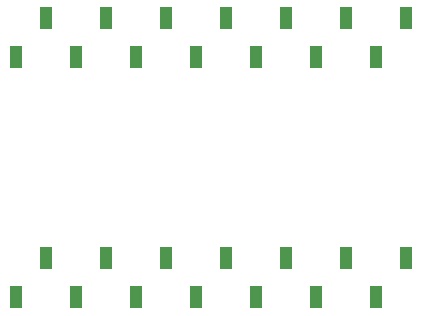
<source format=gbl>
G04 #@! TF.GenerationSoftware,KiCad,Pcbnew,6.0.0-rc1-unknown-59b0f55~66~ubuntu16.04.1*
G04 #@! TF.CreationDate,2018-11-29T09:25:19-07:00
G04 #@! TF.ProjectId,001,3030312e-6b69-4636-9164-5f7063625858,rev?*
G04 #@! TF.SameCoordinates,Original*
G04 #@! TF.FileFunction,Copper,L2,Bot*
G04 #@! TF.FilePolarity,Positive*
%FSLAX46Y46*%
G04 Gerber Fmt 4.6, Leading zero omitted, Abs format (unit mm)*
G04 Created by KiCad (PCBNEW 6.0.0-rc1-unknown-59b0f55~66~ubuntu16.04.1) date Thu 29 Nov 2018 09:25:19 AM MST*
%MOMM*%
%LPD*%
G01*
G04 APERTURE LIST*
G04 #@! TA.AperFunction,SMDPad,CuDef*
%ADD10R,1.000000X1.900000*%
G04 #@! TD*
G04 APERTURE END LIST*
D10*
G04 #@! TO.P,REF\002A\002A,13*
G04 #@! TO.N,N/C*
X146685000Y-75918496D03*
G04 #@! TO.P,REF\002A\002A,11*
X141605000Y-75918496D03*
G04 #@! TO.P,REF\002A\002A,9*
X136525000Y-75918496D03*
G04 #@! TO.P,REF\002A\002A,7*
X131445000Y-75918496D03*
G04 #@! TO.P,REF\002A\002A,5*
X126365000Y-75918496D03*
G04 #@! TO.P,REF\002A\002A,3*
X121285000Y-75918496D03*
G04 #@! TO.P,REF\002A\002A,1*
X116205000Y-75918496D03*
G04 #@! TO.P,REF\002A\002A,14*
X149225000Y-72618496D03*
G04 #@! TO.P,REF\002A\002A,12*
X144145000Y-72618496D03*
G04 #@! TO.P,REF\002A\002A,10*
X139065000Y-72618496D03*
G04 #@! TO.P,REF\002A\002A,8*
X133985000Y-72618496D03*
G04 #@! TO.P,REF\002A\002A,6*
X128905000Y-72618496D03*
G04 #@! TO.P,REF\002A\002A,4*
X123825000Y-72618496D03*
G04 #@! TO.P,REF\002A\002A,2*
X118745000Y-72618496D03*
G04 #@! TD*
G04 #@! TO.P,REF\002A\002A,2*
G04 #@! TO.N,N/C*
X118745000Y-92938496D03*
G04 #@! TO.P,REF\002A\002A,4*
X123825000Y-92938496D03*
G04 #@! TO.P,REF\002A\002A,6*
X128905000Y-92938496D03*
G04 #@! TO.P,REF\002A\002A,8*
X133985000Y-92938496D03*
G04 #@! TO.P,REF\002A\002A,10*
X139065000Y-92938496D03*
G04 #@! TO.P,REF\002A\002A,12*
X144145000Y-92938496D03*
G04 #@! TO.P,REF\002A\002A,14*
X149225000Y-92938496D03*
G04 #@! TO.P,REF\002A\002A,1*
X116205000Y-96238496D03*
G04 #@! TO.P,REF\002A\002A,3*
X121285000Y-96238496D03*
G04 #@! TO.P,REF\002A\002A,5*
X126365000Y-96238496D03*
G04 #@! TO.P,REF\002A\002A,7*
X131445000Y-96238496D03*
G04 #@! TO.P,REF\002A\002A,9*
X136525000Y-96238496D03*
G04 #@! TO.P,REF\002A\002A,11*
X141605000Y-96238496D03*
G04 #@! TO.P,REF\002A\002A,13*
X146685000Y-96238496D03*
G04 #@! TD*
M02*

</source>
